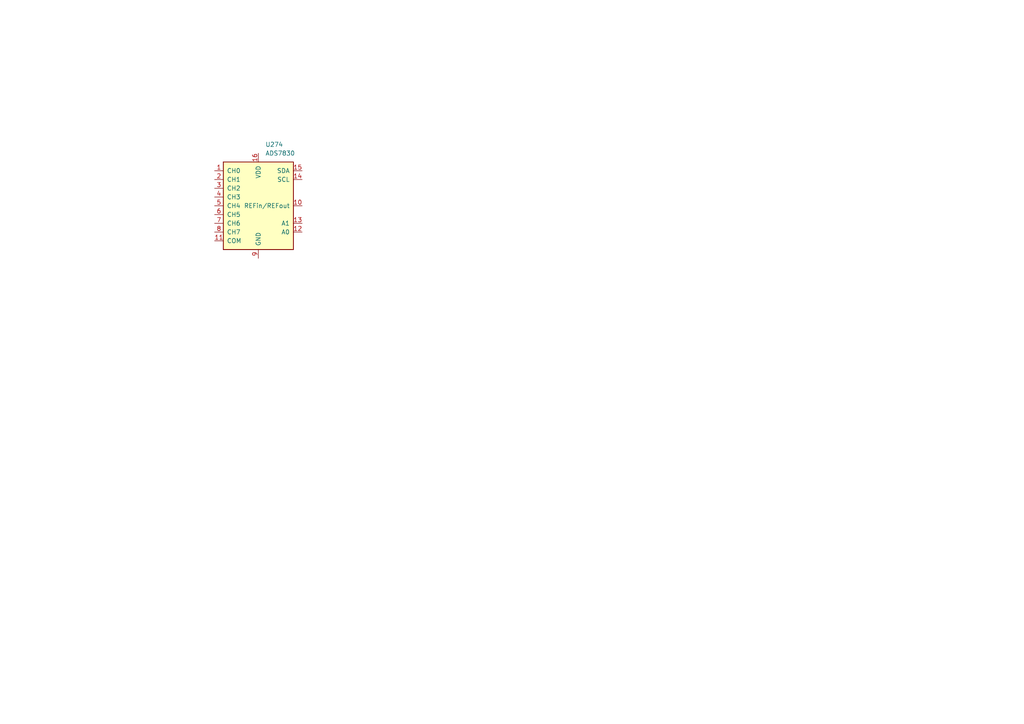
<source format=kicad_sch>
(kicad_sch (version 20211123) (generator eeschema)
  (paper "A4")
  (lib_symbols
    (symbol "Analog_DAC:ADS7830" (pin_names (offset 1.016))
      (property "Reference" "U" (at -10.16 13.716 0))
      (property "Value" "ADS7830" (at 1.778 13.716 0))
      (symbol "ADS7830_0_1"
        (rectangle (start -10.16 12.7) (end 10.16 -12.7) (stroke (width 0.254)) (fill (type background)))
      )
      (symbol "ADS7830_1_1"
        (pin input line (at -12.7 10.16 0) (length 2.54) (name "CH0") (number "1"))
        (pin bidirectional line (at 12.7 0 180) (length 2.54) (name "REFin/REFout") (number "10"))
        (pin input line (at -12.7 -10.16 0) (length 2.54) (name "COM") (number "11"))
        (pin input line (at 12.7 -7.62 180) (length 2.54) (name "A0") (number "12"))
        (pin input line (at 12.7 -5.08 180) (length 2.54) (name "A1") (number "13"))
        (pin input line (at 12.7 7.62 180) (length 2.54) (name "SCL") (number "14"))
        (pin bidirectional line (at 12.7 10.16 180) (length 2.54) (name "SDA") (number "15"))
        (pin power_in line (at 0 15.24 270) (length 2.54) (name "VDD") (number "16"))
        (pin input line (at -12.7 7.62 0) (length 2.54) (name "CH1") (number "2"))
        (pin input line (at -12.7 5.08 0) (length 2.54) (name "CH2") (number "3"))
        (pin input line (at -12.7 2.54 0) (length 2.54) (name "CH3") (number "4"))
        (pin input line (at -12.7 0 0) (length 2.54) (name "CH4") (number "5"))
        (pin input line (at -12.7 -2.54 0) (length 2.54) (name "CH5") (number "6"))
        (pin input line (at -12.7 -5.08 0) (length 2.54) (name "CH6") (number "7"))
        (pin input line (at -12.7 -7.62 0) (length 2.54) (name "CH7") (number "8"))
        (pin power_in line (at 0 -15.24 90) (length 2.54) (name "GND") (number "9"))
      )
    )
  )
  (symbol (lib_id "Analog_DAC:ADS7830") (at 74.93 59.69 0) (unit 1)
    (property "Reference" "U274" (at 76.9494 41.91 0) (effects (justify left)))
    (property "Value" "ADS7830" (at 76.9494 44.45 0) (effects (justify left)))
    (property "Footprint" "Package_SO:TSSOP-16_4.4x5mm_P0.65mm" (effects hide))
    (property "Datasheet" "http://www.ti.com/lit/ds/symlink/ads7830.pdf" (effects hide))
  )
)
</source>
